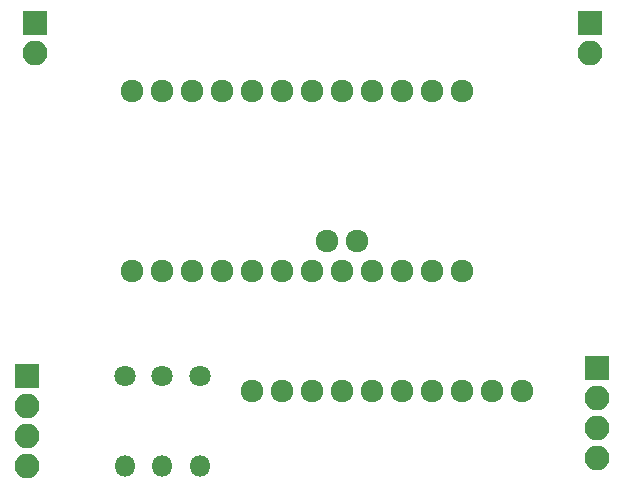
<source format=gbs>
G04 #@! TF.FileFunction,Soldermask,Bot*
%FSLAX46Y46*%
G04 Gerber Fmt 4.6, Leading zero omitted, Abs format (unit mm)*
G04 Created by KiCad (PCBNEW 4.0.5) date 04/29/17 21:11:23*
%MOMM*%
%LPD*%
G01*
G04 APERTURE LIST*
%ADD10C,0.100000*%
%ADD11R,2.100000X2.100000*%
%ADD12O,2.100000X2.100000*%
%ADD13C,1.800000*%
%ADD14O,1.800000X1.800000*%
%ADD15C,1.924000*%
G04 APERTURE END LIST*
D10*
D11*
X171450000Y-132080000D03*
D12*
X171450000Y-134620000D03*
X171450000Y-137160000D03*
X171450000Y-139700000D03*
D11*
X219075000Y-102235000D03*
D12*
X219075000Y-104775000D03*
D11*
X219710000Y-131445000D03*
D12*
X219710000Y-133985000D03*
X219710000Y-136525000D03*
X219710000Y-139065000D03*
D11*
X172085000Y-102235000D03*
D12*
X172085000Y-104775000D03*
D13*
X186055000Y-132080000D03*
D14*
X186055000Y-139700000D03*
D13*
X179705000Y-132080000D03*
D14*
X179705000Y-139700000D03*
D13*
X182880000Y-132080000D03*
D14*
X182880000Y-139700000D03*
D15*
X180340000Y-123190000D03*
X182880000Y-123190000D03*
X185420000Y-123190000D03*
X190500000Y-123190000D03*
X193040000Y-123190000D03*
X195580000Y-123190000D03*
X198120000Y-123190000D03*
X200660000Y-123190000D03*
X203200000Y-123190000D03*
X205740000Y-123190000D03*
X208280000Y-123190000D03*
X187960000Y-123190000D03*
X208280000Y-107950000D03*
X205740000Y-107950000D03*
X203200000Y-107950000D03*
X200660000Y-107950000D03*
X198120000Y-107950000D03*
X195580000Y-107950000D03*
X193040000Y-107950000D03*
X190500000Y-107950000D03*
X187960000Y-107950000D03*
X185420000Y-107950000D03*
X182880000Y-107950000D03*
X180340000Y-107950000D03*
X196850000Y-120650000D03*
X199390000Y-120650000D03*
X190500000Y-133350000D03*
X193040000Y-133350000D03*
X195580000Y-133350000D03*
X198120000Y-133350000D03*
X200660000Y-133350000D03*
X203200000Y-133350000D03*
X205740000Y-133350000D03*
X210820000Y-133350000D03*
X208280000Y-133350000D03*
X213360000Y-133350000D03*
M02*

</source>
